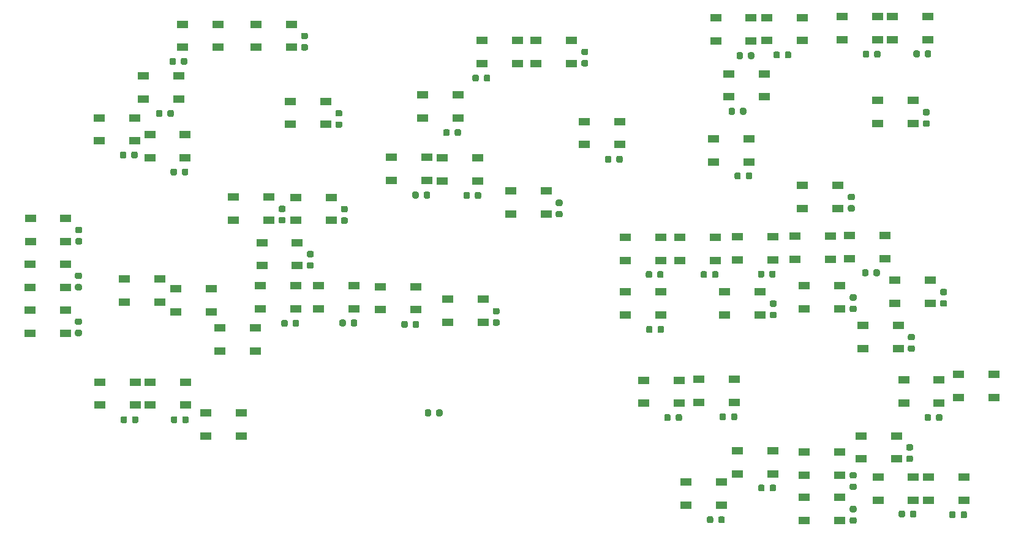
<source format=gbr>
G04 #@! TF.GenerationSoftware,KiCad,Pcbnew,(5.1.6)-1*
G04 #@! TF.CreationDate,2021-02-10T23:01:55+11:00*
G04 #@! TF.ProjectId,SNSR Panel PCB V2,534e5352-2050-4616-9e65-6c2050434220,rev?*
G04 #@! TF.SameCoordinates,Original*
G04 #@! TF.FileFunction,Paste,Top*
G04 #@! TF.FilePolarity,Positive*
%FSLAX46Y46*%
G04 Gerber Fmt 4.6, Leading zero omitted, Abs format (unit mm)*
G04 Created by KiCad (PCBNEW (5.1.6)-1) date 2021-02-10 23:01:55*
%MOMM*%
%LPD*%
G01*
G04 APERTURE LIST*
%ADD10R,1.500000X1.000000*%
G04 APERTURE END LIST*
G04 #@! TO.C,C53*
G36*
G01*
X171962000Y-107556250D02*
X171962000Y-107043750D01*
G75*
G02*
X172180750Y-106825000I218750J0D01*
G01*
X172618250Y-106825000D01*
G75*
G02*
X172837000Y-107043750I0J-218750D01*
G01*
X172837000Y-107556250D01*
G75*
G02*
X172618250Y-107775000I-218750J0D01*
G01*
X172180750Y-107775000D01*
G75*
G02*
X171962000Y-107556250I0J218750D01*
G01*
G37*
G36*
G01*
X170387000Y-107556250D02*
X170387000Y-107043750D01*
G75*
G02*
X170605750Y-106825000I218750J0D01*
G01*
X171043250Y-106825000D01*
G75*
G02*
X171262000Y-107043750I0J-218750D01*
G01*
X171262000Y-107556250D01*
G75*
G02*
X171043250Y-107775000I-218750J0D01*
G01*
X170605750Y-107775000D01*
G75*
G02*
X170387000Y-107556250I0J218750D01*
G01*
G37*
G04 #@! TD*
G04 #@! TO.C,C52*
G36*
G01*
X179612000Y-107456250D02*
X179612000Y-106943750D01*
G75*
G02*
X179830750Y-106725000I218750J0D01*
G01*
X180268250Y-106725000D01*
G75*
G02*
X180487000Y-106943750I0J-218750D01*
G01*
X180487000Y-107456250D01*
G75*
G02*
X180268250Y-107675000I-218750J0D01*
G01*
X179830750Y-107675000D01*
G75*
G02*
X179612000Y-107456250I0J218750D01*
G01*
G37*
G36*
G01*
X178037000Y-107456250D02*
X178037000Y-106943750D01*
G75*
G02*
X178255750Y-106725000I218750J0D01*
G01*
X178693250Y-106725000D01*
G75*
G02*
X178912000Y-106943750I0J-218750D01*
G01*
X178912000Y-107456250D01*
G75*
G02*
X178693250Y-107675000I-218750J0D01*
G01*
X178255750Y-107675000D01*
G75*
G02*
X178037000Y-107456250I0J218750D01*
G01*
G37*
G04 #@! TD*
G04 #@! TO.C,C51*
G36*
G01*
X196243750Y-121112000D02*
X196756250Y-121112000D01*
G75*
G02*
X196975000Y-121330750I0J-218750D01*
G01*
X196975000Y-121768250D01*
G75*
G02*
X196756250Y-121987000I-218750J0D01*
G01*
X196243750Y-121987000D01*
G75*
G02*
X196025000Y-121768250I0J218750D01*
G01*
X196025000Y-121330750D01*
G75*
G02*
X196243750Y-121112000I218750J0D01*
G01*
G37*
G36*
G01*
X196243750Y-119537000D02*
X196756250Y-119537000D01*
G75*
G02*
X196975000Y-119755750I0J-218750D01*
G01*
X196975000Y-120193250D01*
G75*
G02*
X196756250Y-120412000I-218750J0D01*
G01*
X196243750Y-120412000D01*
G75*
G02*
X196025000Y-120193250I0J218750D01*
G01*
X196025000Y-119755750D01*
G75*
G02*
X196243750Y-119537000I218750J0D01*
G01*
G37*
G04 #@! TD*
G04 #@! TO.C,C50*
G36*
G01*
X177862000Y-121706250D02*
X177862000Y-121193750D01*
G75*
G02*
X178080750Y-120975000I218750J0D01*
G01*
X178518250Y-120975000D01*
G75*
G02*
X178737000Y-121193750I0J-218750D01*
G01*
X178737000Y-121706250D01*
G75*
G02*
X178518250Y-121925000I-218750J0D01*
G01*
X178080750Y-121925000D01*
G75*
G02*
X177862000Y-121706250I0J218750D01*
G01*
G37*
G36*
G01*
X176287000Y-121706250D02*
X176287000Y-121193750D01*
G75*
G02*
X176505750Y-120975000I218750J0D01*
G01*
X176943250Y-120975000D01*
G75*
G02*
X177162000Y-121193750I0J-218750D01*
G01*
X177162000Y-121706250D01*
G75*
G02*
X176943250Y-121925000I-218750J0D01*
G01*
X176505750Y-121925000D01*
G75*
G02*
X176287000Y-121706250I0J218750D01*
G01*
G37*
G04 #@! TD*
G04 #@! TO.C,C49*
G36*
G01*
X196756250Y-115738000D02*
X196243750Y-115738000D01*
G75*
G02*
X196025000Y-115519250I0J218750D01*
G01*
X196025000Y-115081750D01*
G75*
G02*
X196243750Y-114863000I218750J0D01*
G01*
X196756250Y-114863000D01*
G75*
G02*
X196975000Y-115081750I0J-218750D01*
G01*
X196975000Y-115519250D01*
G75*
G02*
X196756250Y-115738000I-218750J0D01*
G01*
G37*
G36*
G01*
X196756250Y-117313000D02*
X196243750Y-117313000D01*
G75*
G02*
X196025000Y-117094250I0J218750D01*
G01*
X196025000Y-116656750D01*
G75*
G02*
X196243750Y-116438000I218750J0D01*
G01*
X196756250Y-116438000D01*
G75*
G02*
X196975000Y-116656750I0J-218750D01*
G01*
X196975000Y-117094250D01*
G75*
G02*
X196756250Y-117313000I-218750J0D01*
G01*
G37*
G04 #@! TD*
G04 #@! TO.C,C48*
G36*
G01*
X204362000Y-120906250D02*
X204362000Y-120393750D01*
G75*
G02*
X204580750Y-120175000I218750J0D01*
G01*
X205018250Y-120175000D01*
G75*
G02*
X205237000Y-120393750I0J-218750D01*
G01*
X205237000Y-120906250D01*
G75*
G02*
X205018250Y-121125000I-218750J0D01*
G01*
X204580750Y-121125000D01*
G75*
G02*
X204362000Y-120906250I0J218750D01*
G01*
G37*
G36*
G01*
X202787000Y-120906250D02*
X202787000Y-120393750D01*
G75*
G02*
X203005750Y-120175000I218750J0D01*
G01*
X203443250Y-120175000D01*
G75*
G02*
X203662000Y-120393750I0J-218750D01*
G01*
X203662000Y-120906250D01*
G75*
G02*
X203443250Y-121125000I-218750J0D01*
G01*
X203005750Y-121125000D01*
G75*
G02*
X202787000Y-120906250I0J218750D01*
G01*
G37*
G04 #@! TD*
G04 #@! TO.C,C47*
G36*
G01*
X184962000Y-117306250D02*
X184962000Y-116793750D01*
G75*
G02*
X185180750Y-116575000I218750J0D01*
G01*
X185618250Y-116575000D01*
G75*
G02*
X185837000Y-116793750I0J-218750D01*
G01*
X185837000Y-117306250D01*
G75*
G02*
X185618250Y-117525000I-218750J0D01*
G01*
X185180750Y-117525000D01*
G75*
G02*
X184962000Y-117306250I0J218750D01*
G01*
G37*
G36*
G01*
X183387000Y-117306250D02*
X183387000Y-116793750D01*
G75*
G02*
X183605750Y-116575000I218750J0D01*
G01*
X184043250Y-116575000D01*
G75*
G02*
X184262000Y-116793750I0J-218750D01*
G01*
X184262000Y-117306250D01*
G75*
G02*
X184043250Y-117525000I-218750J0D01*
G01*
X183605750Y-117525000D01*
G75*
G02*
X183387000Y-117306250I0J218750D01*
G01*
G37*
G04 #@! TD*
G04 #@! TO.C,C46*
G36*
G01*
X204043750Y-112562000D02*
X204556250Y-112562000D01*
G75*
G02*
X204775000Y-112780750I0J-218750D01*
G01*
X204775000Y-113218250D01*
G75*
G02*
X204556250Y-113437000I-218750J0D01*
G01*
X204043750Y-113437000D01*
G75*
G02*
X203825000Y-113218250I0J218750D01*
G01*
X203825000Y-112780750D01*
G75*
G02*
X204043750Y-112562000I218750J0D01*
G01*
G37*
G36*
G01*
X204043750Y-110987000D02*
X204556250Y-110987000D01*
G75*
G02*
X204775000Y-111205750I0J-218750D01*
G01*
X204775000Y-111643250D01*
G75*
G02*
X204556250Y-111862000I-218750J0D01*
G01*
X204043750Y-111862000D01*
G75*
G02*
X203825000Y-111643250I0J218750D01*
G01*
X203825000Y-111205750D01*
G75*
G02*
X204043750Y-110987000I218750J0D01*
G01*
G37*
G04 #@! TD*
G04 #@! TO.C,C45*
G36*
G01*
X211362000Y-121006250D02*
X211362000Y-120493750D01*
G75*
G02*
X211580750Y-120275000I218750J0D01*
G01*
X212018250Y-120275000D01*
G75*
G02*
X212237000Y-120493750I0J-218750D01*
G01*
X212237000Y-121006250D01*
G75*
G02*
X212018250Y-121225000I-218750J0D01*
G01*
X211580750Y-121225000D01*
G75*
G02*
X211362000Y-121006250I0J218750D01*
G01*
G37*
G36*
G01*
X209787000Y-121006250D02*
X209787000Y-120493750D01*
G75*
G02*
X210005750Y-120275000I218750J0D01*
G01*
X210443250Y-120275000D01*
G75*
G02*
X210662000Y-120493750I0J-218750D01*
G01*
X210662000Y-121006250D01*
G75*
G02*
X210443250Y-121225000I-218750J0D01*
G01*
X210005750Y-121225000D01*
G75*
G02*
X209787000Y-121006250I0J218750D01*
G01*
G37*
G04 #@! TD*
G04 #@! TO.C,C44*
G36*
G01*
X207962000Y-107556250D02*
X207962000Y-107043750D01*
G75*
G02*
X208180750Y-106825000I218750J0D01*
G01*
X208618250Y-106825000D01*
G75*
G02*
X208837000Y-107043750I0J-218750D01*
G01*
X208837000Y-107556250D01*
G75*
G02*
X208618250Y-107775000I-218750J0D01*
G01*
X208180750Y-107775000D01*
G75*
G02*
X207962000Y-107556250I0J218750D01*
G01*
G37*
G36*
G01*
X206387000Y-107556250D02*
X206387000Y-107043750D01*
G75*
G02*
X206605750Y-106825000I218750J0D01*
G01*
X207043250Y-106825000D01*
G75*
G02*
X207262000Y-107043750I0J-218750D01*
G01*
X207262000Y-107556250D01*
G75*
G02*
X207043250Y-107775000I-218750J0D01*
G01*
X206605750Y-107775000D01*
G75*
G02*
X206387000Y-107556250I0J218750D01*
G01*
G37*
G04 #@! TD*
G04 #@! TO.C,C43*
G36*
G01*
X196243750Y-91812500D02*
X196756250Y-91812500D01*
G75*
G02*
X196975000Y-92031250I0J-218750D01*
G01*
X196975000Y-92468750D01*
G75*
G02*
X196756250Y-92687500I-218750J0D01*
G01*
X196243750Y-92687500D01*
G75*
G02*
X196025000Y-92468750I0J218750D01*
G01*
X196025000Y-92031250D01*
G75*
G02*
X196243750Y-91812500I218750J0D01*
G01*
G37*
G36*
G01*
X196243750Y-90237500D02*
X196756250Y-90237500D01*
G75*
G02*
X196975000Y-90456250I0J-218750D01*
G01*
X196975000Y-90893750D01*
G75*
G02*
X196756250Y-91112500I-218750J0D01*
G01*
X196243750Y-91112500D01*
G75*
G02*
X196025000Y-90893750I0J218750D01*
G01*
X196025000Y-90456250D01*
G75*
G02*
X196243750Y-90237500I218750J0D01*
G01*
G37*
G04 #@! TD*
G04 #@! TO.C,C42*
G36*
G01*
X204293750Y-97312500D02*
X204806250Y-97312500D01*
G75*
G02*
X205025000Y-97531250I0J-218750D01*
G01*
X205025000Y-97968750D01*
G75*
G02*
X204806250Y-98187500I-218750J0D01*
G01*
X204293750Y-98187500D01*
G75*
G02*
X204075000Y-97968750I0J218750D01*
G01*
X204075000Y-97531250D01*
G75*
G02*
X204293750Y-97312500I218750J0D01*
G01*
G37*
G36*
G01*
X204293750Y-95737500D02*
X204806250Y-95737500D01*
G75*
G02*
X205025000Y-95956250I0J-218750D01*
G01*
X205025000Y-96393750D01*
G75*
G02*
X204806250Y-96612500I-218750J0D01*
G01*
X204293750Y-96612500D01*
G75*
G02*
X204075000Y-96393750I0J218750D01*
G01*
X204075000Y-95956250D01*
G75*
G02*
X204293750Y-95737500I218750J0D01*
G01*
G37*
G04 #@! TD*
G04 #@! TO.C,C41*
G36*
G01*
X208743750Y-91062500D02*
X209256250Y-91062500D01*
G75*
G02*
X209475000Y-91281250I0J-218750D01*
G01*
X209475000Y-91718750D01*
G75*
G02*
X209256250Y-91937500I-218750J0D01*
G01*
X208743750Y-91937500D01*
G75*
G02*
X208525000Y-91718750I0J218750D01*
G01*
X208525000Y-91281250D01*
G75*
G02*
X208743750Y-91062500I218750J0D01*
G01*
G37*
G36*
G01*
X208743750Y-89487500D02*
X209256250Y-89487500D01*
G75*
G02*
X209475000Y-89706250I0J-218750D01*
G01*
X209475000Y-90143750D01*
G75*
G02*
X209256250Y-90362500I-218750J0D01*
G01*
X208743750Y-90362500D01*
G75*
G02*
X208525000Y-90143750I0J218750D01*
G01*
X208525000Y-89706250D01*
G75*
G02*
X208743750Y-89487500I218750J0D01*
G01*
G37*
G04 #@! TD*
G04 #@! TO.C,C40*
G36*
G01*
X199312000Y-87506250D02*
X199312000Y-86993750D01*
G75*
G02*
X199530750Y-86775000I218750J0D01*
G01*
X199968250Y-86775000D01*
G75*
G02*
X200187000Y-86993750I0J-218750D01*
G01*
X200187000Y-87506250D01*
G75*
G02*
X199968250Y-87725000I-218750J0D01*
G01*
X199530750Y-87725000D01*
G75*
G02*
X199312000Y-87506250I0J218750D01*
G01*
G37*
G36*
G01*
X197737000Y-87506250D02*
X197737000Y-86993750D01*
G75*
G02*
X197955750Y-86775000I218750J0D01*
G01*
X198393250Y-86775000D01*
G75*
G02*
X198612000Y-86993750I0J-218750D01*
G01*
X198612000Y-87506250D01*
G75*
G02*
X198393250Y-87725000I-218750J0D01*
G01*
X197955750Y-87725000D01*
G75*
G02*
X197737000Y-87506250I0J218750D01*
G01*
G37*
G04 #@! TD*
G04 #@! TO.C,C39*
G36*
G01*
X185193750Y-92662500D02*
X185706250Y-92662500D01*
G75*
G02*
X185925000Y-92881250I0J-218750D01*
G01*
X185925000Y-93318750D01*
G75*
G02*
X185706250Y-93537500I-218750J0D01*
G01*
X185193750Y-93537500D01*
G75*
G02*
X184975000Y-93318750I0J218750D01*
G01*
X184975000Y-92881250D01*
G75*
G02*
X185193750Y-92662500I218750J0D01*
G01*
G37*
G36*
G01*
X185193750Y-91087500D02*
X185706250Y-91087500D01*
G75*
G02*
X185925000Y-91306250I0J-218750D01*
G01*
X185925000Y-91743750D01*
G75*
G02*
X185706250Y-91962500I-218750J0D01*
G01*
X185193750Y-91962500D01*
G75*
G02*
X184975000Y-91743750I0J218750D01*
G01*
X184975000Y-91306250D01*
G75*
G02*
X185193750Y-91087500I218750J0D01*
G01*
G37*
G04 #@! TD*
G04 #@! TO.C,C38*
G36*
G01*
X184912000Y-87706250D02*
X184912000Y-87193750D01*
G75*
G02*
X185130750Y-86975000I218750J0D01*
G01*
X185568250Y-86975000D01*
G75*
G02*
X185787000Y-87193750I0J-218750D01*
G01*
X185787000Y-87706250D01*
G75*
G02*
X185568250Y-87925000I-218750J0D01*
G01*
X185130750Y-87925000D01*
G75*
G02*
X184912000Y-87706250I0J218750D01*
G01*
G37*
G36*
G01*
X183337000Y-87706250D02*
X183337000Y-87193750D01*
G75*
G02*
X183555750Y-86975000I218750J0D01*
G01*
X183993250Y-86975000D01*
G75*
G02*
X184212000Y-87193750I0J-218750D01*
G01*
X184212000Y-87706250D01*
G75*
G02*
X183993250Y-87925000I-218750J0D01*
G01*
X183555750Y-87925000D01*
G75*
G02*
X183337000Y-87706250I0J218750D01*
G01*
G37*
G04 #@! TD*
G04 #@! TO.C,C37*
G36*
G01*
X176988000Y-87756250D02*
X176988000Y-87243750D01*
G75*
G02*
X177206750Y-87025000I218750J0D01*
G01*
X177644250Y-87025000D01*
G75*
G02*
X177863000Y-87243750I0J-218750D01*
G01*
X177863000Y-87756250D01*
G75*
G02*
X177644250Y-87975000I-218750J0D01*
G01*
X177206750Y-87975000D01*
G75*
G02*
X176988000Y-87756250I0J218750D01*
G01*
G37*
G36*
G01*
X175413000Y-87756250D02*
X175413000Y-87243750D01*
G75*
G02*
X175631750Y-87025000I218750J0D01*
G01*
X176069250Y-87025000D01*
G75*
G02*
X176288000Y-87243750I0J-218750D01*
G01*
X176288000Y-87756250D01*
G75*
G02*
X176069250Y-87975000I-218750J0D01*
G01*
X175631750Y-87975000D01*
G75*
G02*
X175413000Y-87756250I0J218750D01*
G01*
G37*
G04 #@! TD*
G04 #@! TO.C,C36*
G36*
G01*
X187062000Y-57356250D02*
X187062000Y-56843750D01*
G75*
G02*
X187280750Y-56625000I218750J0D01*
G01*
X187718250Y-56625000D01*
G75*
G02*
X187937000Y-56843750I0J-218750D01*
G01*
X187937000Y-57356250D01*
G75*
G02*
X187718250Y-57575000I-218750J0D01*
G01*
X187280750Y-57575000D01*
G75*
G02*
X187062000Y-57356250I0J218750D01*
G01*
G37*
G36*
G01*
X185487000Y-57356250D02*
X185487000Y-56843750D01*
G75*
G02*
X185705750Y-56625000I218750J0D01*
G01*
X186143250Y-56625000D01*
G75*
G02*
X186362000Y-56843750I0J-218750D01*
G01*
X186362000Y-57356250D01*
G75*
G02*
X186143250Y-57575000I-218750J0D01*
G01*
X185705750Y-57575000D01*
G75*
G02*
X185487000Y-57356250I0J218750D01*
G01*
G37*
G04 #@! TD*
G04 #@! TO.C,C35*
G36*
G01*
X199412000Y-57256250D02*
X199412000Y-56743750D01*
G75*
G02*
X199630750Y-56525000I218750J0D01*
G01*
X200068250Y-56525000D01*
G75*
G02*
X200287000Y-56743750I0J-218750D01*
G01*
X200287000Y-57256250D01*
G75*
G02*
X200068250Y-57475000I-218750J0D01*
G01*
X199630750Y-57475000D01*
G75*
G02*
X199412000Y-57256250I0J218750D01*
G01*
G37*
G36*
G01*
X197837000Y-57256250D02*
X197837000Y-56743750D01*
G75*
G02*
X198055750Y-56525000I218750J0D01*
G01*
X198493250Y-56525000D01*
G75*
G02*
X198712000Y-56743750I0J-218750D01*
G01*
X198712000Y-57256250D01*
G75*
G02*
X198493250Y-57475000I-218750J0D01*
G01*
X198055750Y-57475000D01*
G75*
G02*
X197837000Y-57256250I0J218750D01*
G01*
G37*
G04 #@! TD*
G04 #@! TO.C,C34*
G36*
G01*
X181962000Y-57456250D02*
X181962000Y-56943750D01*
G75*
G02*
X182180750Y-56725000I218750J0D01*
G01*
X182618250Y-56725000D01*
G75*
G02*
X182837000Y-56943750I0J-218750D01*
G01*
X182837000Y-57456250D01*
G75*
G02*
X182618250Y-57675000I-218750J0D01*
G01*
X182180750Y-57675000D01*
G75*
G02*
X181962000Y-57456250I0J218750D01*
G01*
G37*
G36*
G01*
X180387000Y-57456250D02*
X180387000Y-56943750D01*
G75*
G02*
X180605750Y-56725000I218750J0D01*
G01*
X181043250Y-56725000D01*
G75*
G02*
X181262000Y-56943750I0J-218750D01*
G01*
X181262000Y-57456250D01*
G75*
G02*
X181043250Y-57675000I-218750J0D01*
G01*
X180605750Y-57675000D01*
G75*
G02*
X180387000Y-57456250I0J218750D01*
G01*
G37*
G04 #@! TD*
G04 #@! TO.C,C33*
G36*
G01*
X206343750Y-66162500D02*
X206856250Y-66162500D01*
G75*
G02*
X207075000Y-66381250I0J-218750D01*
G01*
X207075000Y-66818750D01*
G75*
G02*
X206856250Y-67037500I-218750J0D01*
G01*
X206343750Y-67037500D01*
G75*
G02*
X206125000Y-66818750I0J218750D01*
G01*
X206125000Y-66381250D01*
G75*
G02*
X206343750Y-66162500I218750J0D01*
G01*
G37*
G36*
G01*
X206343750Y-64587500D02*
X206856250Y-64587500D01*
G75*
G02*
X207075000Y-64806250I0J-218750D01*
G01*
X207075000Y-65243750D01*
G75*
G02*
X206856250Y-65462500I-218750J0D01*
G01*
X206343750Y-65462500D01*
G75*
G02*
X206125000Y-65243750I0J218750D01*
G01*
X206125000Y-64806250D01*
G75*
G02*
X206343750Y-64587500I218750J0D01*
G01*
G37*
G04 #@! TD*
G04 #@! TO.C,C32*
G36*
G01*
X195993750Y-77900000D02*
X196506250Y-77900000D01*
G75*
G02*
X196725000Y-78118750I0J-218750D01*
G01*
X196725000Y-78556250D01*
G75*
G02*
X196506250Y-78775000I-218750J0D01*
G01*
X195993750Y-78775000D01*
G75*
G02*
X195775000Y-78556250I0J218750D01*
G01*
X195775000Y-78118750D01*
G75*
G02*
X195993750Y-77900000I218750J0D01*
G01*
G37*
G36*
G01*
X195993750Y-76325000D02*
X196506250Y-76325000D01*
G75*
G02*
X196725000Y-76543750I0J-218750D01*
G01*
X196725000Y-76981250D01*
G75*
G02*
X196506250Y-77200000I-218750J0D01*
G01*
X195993750Y-77200000D01*
G75*
G02*
X195775000Y-76981250I0J218750D01*
G01*
X195775000Y-76543750D01*
G75*
G02*
X195993750Y-76325000I218750J0D01*
G01*
G37*
G04 #@! TD*
G04 #@! TO.C,C31*
G36*
G01*
X181662000Y-74106250D02*
X181662000Y-73593750D01*
G75*
G02*
X181880750Y-73375000I218750J0D01*
G01*
X182318250Y-73375000D01*
G75*
G02*
X182537000Y-73593750I0J-218750D01*
G01*
X182537000Y-74106250D01*
G75*
G02*
X182318250Y-74325000I-218750J0D01*
G01*
X181880750Y-74325000D01*
G75*
G02*
X181662000Y-74106250I0J218750D01*
G01*
G37*
G36*
G01*
X180087000Y-74106250D02*
X180087000Y-73593750D01*
G75*
G02*
X180305750Y-73375000I218750J0D01*
G01*
X180743250Y-73375000D01*
G75*
G02*
X180962000Y-73593750I0J-218750D01*
G01*
X180962000Y-74106250D01*
G75*
G02*
X180743250Y-74325000I-218750J0D01*
G01*
X180305750Y-74325000D01*
G75*
G02*
X180087000Y-74106250I0J218750D01*
G01*
G37*
G04 #@! TD*
G04 #@! TO.C,C30*
G36*
G01*
X180862000Y-65156250D02*
X180862000Y-64643750D01*
G75*
G02*
X181080750Y-64425000I218750J0D01*
G01*
X181518250Y-64425000D01*
G75*
G02*
X181737000Y-64643750I0J-218750D01*
G01*
X181737000Y-65156250D01*
G75*
G02*
X181518250Y-65375000I-218750J0D01*
G01*
X181080750Y-65375000D01*
G75*
G02*
X180862000Y-65156250I0J218750D01*
G01*
G37*
G36*
G01*
X179287000Y-65156250D02*
X179287000Y-64643750D01*
G75*
G02*
X179505750Y-64425000I218750J0D01*
G01*
X179943250Y-64425000D01*
G75*
G02*
X180162000Y-64643750I0J-218750D01*
G01*
X180162000Y-65156250D01*
G75*
G02*
X179943250Y-65375000I-218750J0D01*
G01*
X179505750Y-65375000D01*
G75*
G02*
X179287000Y-65156250I0J218750D01*
G01*
G37*
G04 #@! TD*
G04 #@! TO.C,C29*
G36*
G01*
X145450000Y-60556250D02*
X145450000Y-60043750D01*
G75*
G02*
X145668750Y-59825000I218750J0D01*
G01*
X146106250Y-59825000D01*
G75*
G02*
X146325000Y-60043750I0J-218750D01*
G01*
X146325000Y-60556250D01*
G75*
G02*
X146106250Y-60775000I-218750J0D01*
G01*
X145668750Y-60775000D01*
G75*
G02*
X145450000Y-60556250I0J218750D01*
G01*
G37*
G36*
G01*
X143875000Y-60556250D02*
X143875000Y-60043750D01*
G75*
G02*
X144093750Y-59825000I218750J0D01*
G01*
X144531250Y-59825000D01*
G75*
G02*
X144750000Y-60043750I0J-218750D01*
G01*
X144750000Y-60556250D01*
G75*
G02*
X144531250Y-60775000I-218750J0D01*
G01*
X144093750Y-60775000D01*
G75*
G02*
X143875000Y-60556250I0J218750D01*
G01*
G37*
G04 #@! TD*
G04 #@! TO.C,C28*
G36*
G01*
X206412000Y-57206250D02*
X206412000Y-56693750D01*
G75*
G02*
X206630750Y-56475000I218750J0D01*
G01*
X207068250Y-56475000D01*
G75*
G02*
X207287000Y-56693750I0J-218750D01*
G01*
X207287000Y-57206250D01*
G75*
G02*
X207068250Y-57425000I-218750J0D01*
G01*
X206630750Y-57425000D01*
G75*
G02*
X206412000Y-57206250I0J218750D01*
G01*
G37*
G36*
G01*
X204837000Y-57206250D02*
X204837000Y-56693750D01*
G75*
G02*
X205055750Y-56475000I218750J0D01*
G01*
X205493250Y-56475000D01*
G75*
G02*
X205712000Y-56693750I0J-218750D01*
G01*
X205712000Y-57206250D01*
G75*
G02*
X205493250Y-57425000I-218750J0D01*
G01*
X205055750Y-57425000D01*
G75*
G02*
X204837000Y-57206250I0J218750D01*
G01*
G37*
G04 #@! TD*
G04 #@! TO.C,C27*
G36*
G01*
X169412000Y-87756250D02*
X169412000Y-87243750D01*
G75*
G02*
X169630750Y-87025000I218750J0D01*
G01*
X170068250Y-87025000D01*
G75*
G02*
X170287000Y-87243750I0J-218750D01*
G01*
X170287000Y-87756250D01*
G75*
G02*
X170068250Y-87975000I-218750J0D01*
G01*
X169630750Y-87975000D01*
G75*
G02*
X169412000Y-87756250I0J218750D01*
G01*
G37*
G36*
G01*
X167837000Y-87756250D02*
X167837000Y-87243750D01*
G75*
G02*
X168055750Y-87025000I218750J0D01*
G01*
X168493250Y-87025000D01*
G75*
G02*
X168712000Y-87243750I0J-218750D01*
G01*
X168712000Y-87756250D01*
G75*
G02*
X168493250Y-87975000I-218750J0D01*
G01*
X168055750Y-87975000D01*
G75*
G02*
X167837000Y-87756250I0J218750D01*
G01*
G37*
G04 #@! TD*
G04 #@! TO.C,C26*
G36*
G01*
X144200000Y-76806250D02*
X144200000Y-76293750D01*
G75*
G02*
X144418750Y-76075000I218750J0D01*
G01*
X144856250Y-76075000D01*
G75*
G02*
X145075000Y-76293750I0J-218750D01*
G01*
X145075000Y-76806250D01*
G75*
G02*
X144856250Y-77025000I-218750J0D01*
G01*
X144418750Y-77025000D01*
G75*
G02*
X144200000Y-76806250I0J218750D01*
G01*
G37*
G36*
G01*
X142625000Y-76806250D02*
X142625000Y-76293750D01*
G75*
G02*
X142843750Y-76075000I218750J0D01*
G01*
X143281250Y-76075000D01*
G75*
G02*
X143500000Y-76293750I0J-218750D01*
G01*
X143500000Y-76806250D01*
G75*
G02*
X143281250Y-77025000I-218750J0D01*
G01*
X142843750Y-77025000D01*
G75*
G02*
X142625000Y-76806250I0J218750D01*
G01*
G37*
G04 #@! TD*
G04 #@! TO.C,C25*
G36*
G01*
X169462000Y-95356250D02*
X169462000Y-94843750D01*
G75*
G02*
X169680750Y-94625000I218750J0D01*
G01*
X170118250Y-94625000D01*
G75*
G02*
X170337000Y-94843750I0J-218750D01*
G01*
X170337000Y-95356250D01*
G75*
G02*
X170118250Y-95575000I-218750J0D01*
G01*
X169680750Y-95575000D01*
G75*
G02*
X169462000Y-95356250I0J218750D01*
G01*
G37*
G36*
G01*
X167887000Y-95356250D02*
X167887000Y-94843750D01*
G75*
G02*
X168105750Y-94625000I218750J0D01*
G01*
X168543250Y-94625000D01*
G75*
G02*
X168762000Y-94843750I0J-218750D01*
G01*
X168762000Y-95356250D01*
G75*
G02*
X168543250Y-95575000I-218750J0D01*
G01*
X168105750Y-95575000D01*
G75*
G02*
X167887000Y-95356250I0J218750D01*
G01*
G37*
G04 #@! TD*
G04 #@! TO.C,C24*
G36*
G01*
X163762000Y-71806250D02*
X163762000Y-71293750D01*
G75*
G02*
X163980750Y-71075000I218750J0D01*
G01*
X164418250Y-71075000D01*
G75*
G02*
X164637000Y-71293750I0J-218750D01*
G01*
X164637000Y-71806250D01*
G75*
G02*
X164418250Y-72025000I-218750J0D01*
G01*
X163980750Y-72025000D01*
G75*
G02*
X163762000Y-71806250I0J218750D01*
G01*
G37*
G36*
G01*
X162187000Y-71806250D02*
X162187000Y-71293750D01*
G75*
G02*
X162405750Y-71075000I218750J0D01*
G01*
X162843250Y-71075000D01*
G75*
G02*
X163062000Y-71293750I0J-218750D01*
G01*
X163062000Y-71806250D01*
G75*
G02*
X162843250Y-72025000I-218750J0D01*
G01*
X162405750Y-72025000D01*
G75*
G02*
X162187000Y-71806250I0J218750D01*
G01*
G37*
G04 #@! TD*
G04 #@! TO.C,C23*
G36*
G01*
X159143750Y-57812500D02*
X159656250Y-57812500D01*
G75*
G02*
X159875000Y-58031250I0J-218750D01*
G01*
X159875000Y-58468750D01*
G75*
G02*
X159656250Y-58687500I-218750J0D01*
G01*
X159143750Y-58687500D01*
G75*
G02*
X158925000Y-58468750I0J218750D01*
G01*
X158925000Y-58031250D01*
G75*
G02*
X159143750Y-57812500I218750J0D01*
G01*
G37*
G36*
G01*
X159143750Y-56237500D02*
X159656250Y-56237500D01*
G75*
G02*
X159875000Y-56456250I0J-218750D01*
G01*
X159875000Y-56893750D01*
G75*
G02*
X159656250Y-57112500I-218750J0D01*
G01*
X159143750Y-57112500D01*
G75*
G02*
X158925000Y-56893750I0J218750D01*
G01*
X158925000Y-56456250D01*
G75*
G02*
X159143750Y-56237500I218750J0D01*
G01*
G37*
G04 #@! TD*
G04 #@! TO.C,C22*
G36*
G01*
X137138000Y-76756250D02*
X137138000Y-76243750D01*
G75*
G02*
X137356750Y-76025000I218750J0D01*
G01*
X137794250Y-76025000D01*
G75*
G02*
X138013000Y-76243750I0J-218750D01*
G01*
X138013000Y-76756250D01*
G75*
G02*
X137794250Y-76975000I-218750J0D01*
G01*
X137356750Y-76975000D01*
G75*
G02*
X137138000Y-76756250I0J218750D01*
G01*
G37*
G36*
G01*
X135563000Y-76756250D02*
X135563000Y-76243750D01*
G75*
G02*
X135781750Y-76025000I218750J0D01*
G01*
X136219250Y-76025000D01*
G75*
G02*
X136438000Y-76243750I0J-218750D01*
G01*
X136438000Y-76756250D01*
G75*
G02*
X136219250Y-76975000I-218750J0D01*
G01*
X135781750Y-76975000D01*
G75*
G02*
X135563000Y-76756250I0J218750D01*
G01*
G37*
G04 #@! TD*
G04 #@! TO.C,C21*
G36*
G01*
X141412000Y-68106250D02*
X141412000Y-67593750D01*
G75*
G02*
X141630750Y-67375000I218750J0D01*
G01*
X142068250Y-67375000D01*
G75*
G02*
X142287000Y-67593750I0J-218750D01*
G01*
X142287000Y-68106250D01*
G75*
G02*
X142068250Y-68325000I-218750J0D01*
G01*
X141630750Y-68325000D01*
G75*
G02*
X141412000Y-68106250I0J218750D01*
G01*
G37*
G36*
G01*
X139837000Y-68106250D02*
X139837000Y-67593750D01*
G75*
G02*
X140055750Y-67375000I218750J0D01*
G01*
X140493250Y-67375000D01*
G75*
G02*
X140712000Y-67593750I0J-218750D01*
G01*
X140712000Y-68106250D01*
G75*
G02*
X140493250Y-68325000I-218750J0D01*
G01*
X140055750Y-68325000D01*
G75*
G02*
X139837000Y-68106250I0J218750D01*
G01*
G37*
G04 #@! TD*
G04 #@! TO.C,C20*
G36*
G01*
X155593750Y-78712500D02*
X156106250Y-78712500D01*
G75*
G02*
X156325000Y-78931250I0J-218750D01*
G01*
X156325000Y-79368750D01*
G75*
G02*
X156106250Y-79587500I-218750J0D01*
G01*
X155593750Y-79587500D01*
G75*
G02*
X155375000Y-79368750I0J218750D01*
G01*
X155375000Y-78931250D01*
G75*
G02*
X155593750Y-78712500I218750J0D01*
G01*
G37*
G36*
G01*
X155593750Y-77137500D02*
X156106250Y-77137500D01*
G75*
G02*
X156325000Y-77356250I0J-218750D01*
G01*
X156325000Y-77793750D01*
G75*
G02*
X156106250Y-78012500I-218750J0D01*
G01*
X155593750Y-78012500D01*
G75*
G02*
X155375000Y-77793750I0J218750D01*
G01*
X155375000Y-77356250D01*
G75*
G02*
X155593750Y-77137500I218750J0D01*
G01*
G37*
G04 #@! TD*
G04 #@! TO.C,R1*
G36*
G01*
X138862000Y-106906250D02*
X138862000Y-106393750D01*
G75*
G02*
X139080750Y-106175000I218750J0D01*
G01*
X139518250Y-106175000D01*
G75*
G02*
X139737000Y-106393750I0J-218750D01*
G01*
X139737000Y-106906250D01*
G75*
G02*
X139518250Y-107125000I-218750J0D01*
G01*
X139080750Y-107125000D01*
G75*
G02*
X138862000Y-106906250I0J218750D01*
G01*
G37*
G36*
G01*
X137287000Y-106906250D02*
X137287000Y-106393750D01*
G75*
G02*
X137505750Y-106175000I218750J0D01*
G01*
X137943250Y-106175000D01*
G75*
G02*
X138162000Y-106393750I0J-218750D01*
G01*
X138162000Y-106906250D01*
G75*
G02*
X137943250Y-107125000I-218750J0D01*
G01*
X137505750Y-107125000D01*
G75*
G02*
X137287000Y-106906250I0J218750D01*
G01*
G37*
G04 #@! TD*
G04 #@! TO.C,C19*
G36*
G01*
X96812500Y-107856250D02*
X96812500Y-107343750D01*
G75*
G02*
X97031250Y-107125000I218750J0D01*
G01*
X97468750Y-107125000D01*
G75*
G02*
X97687500Y-107343750I0J-218750D01*
G01*
X97687500Y-107856250D01*
G75*
G02*
X97468750Y-108075000I-218750J0D01*
G01*
X97031250Y-108075000D01*
G75*
G02*
X96812500Y-107856250I0J218750D01*
G01*
G37*
G36*
G01*
X95237500Y-107856250D02*
X95237500Y-107343750D01*
G75*
G02*
X95456250Y-107125000I218750J0D01*
G01*
X95893750Y-107125000D01*
G75*
G02*
X96112500Y-107343750I0J-218750D01*
G01*
X96112500Y-107856250D01*
G75*
G02*
X95893750Y-108075000I-218750J0D01*
G01*
X95456250Y-108075000D01*
G75*
G02*
X95237500Y-107856250I0J218750D01*
G01*
G37*
G04 #@! TD*
G04 #@! TO.C,C18*
G36*
G01*
X103762000Y-107856250D02*
X103762000Y-107343750D01*
G75*
G02*
X103980750Y-107125000I218750J0D01*
G01*
X104418250Y-107125000D01*
G75*
G02*
X104637000Y-107343750I0J-218750D01*
G01*
X104637000Y-107856250D01*
G75*
G02*
X104418250Y-108075000I-218750J0D01*
G01*
X103980750Y-108075000D01*
G75*
G02*
X103762000Y-107856250I0J218750D01*
G01*
G37*
G36*
G01*
X102187000Y-107856250D02*
X102187000Y-107343750D01*
G75*
G02*
X102405750Y-107125000I218750J0D01*
G01*
X102843250Y-107125000D01*
G75*
G02*
X103062000Y-107343750I0J-218750D01*
G01*
X103062000Y-107856250D01*
G75*
G02*
X102843250Y-108075000I-218750J0D01*
G01*
X102405750Y-108075000D01*
G75*
G02*
X102187000Y-107856250I0J218750D01*
G01*
G37*
G04 #@! TD*
G04 #@! TO.C,C17*
G36*
G01*
X119012000Y-94506250D02*
X119012000Y-93993750D01*
G75*
G02*
X119230750Y-93775000I218750J0D01*
G01*
X119668250Y-93775000D01*
G75*
G02*
X119887000Y-93993750I0J-218750D01*
G01*
X119887000Y-94506250D01*
G75*
G02*
X119668250Y-94725000I-218750J0D01*
G01*
X119230750Y-94725000D01*
G75*
G02*
X119012000Y-94506250I0J218750D01*
G01*
G37*
G36*
G01*
X117437000Y-94506250D02*
X117437000Y-93993750D01*
G75*
G02*
X117655750Y-93775000I218750J0D01*
G01*
X118093250Y-93775000D01*
G75*
G02*
X118312000Y-93993750I0J-218750D01*
G01*
X118312000Y-94506250D01*
G75*
G02*
X118093250Y-94725000I-218750J0D01*
G01*
X117655750Y-94725000D01*
G75*
G02*
X117437000Y-94506250I0J218750D01*
G01*
G37*
G04 #@! TD*
G04 #@! TO.C,C16*
G36*
G01*
X127062000Y-94456250D02*
X127062000Y-93943750D01*
G75*
G02*
X127280750Y-93725000I218750J0D01*
G01*
X127718250Y-93725000D01*
G75*
G02*
X127937000Y-93943750I0J-218750D01*
G01*
X127937000Y-94456250D01*
G75*
G02*
X127718250Y-94675000I-218750J0D01*
G01*
X127280750Y-94675000D01*
G75*
G02*
X127062000Y-94456250I0J218750D01*
G01*
G37*
G36*
G01*
X125487000Y-94456250D02*
X125487000Y-93943750D01*
G75*
G02*
X125705750Y-93725000I218750J0D01*
G01*
X126143250Y-93725000D01*
G75*
G02*
X126362000Y-93943750I0J-218750D01*
G01*
X126362000Y-94456250D01*
G75*
G02*
X126143250Y-94675000I-218750J0D01*
G01*
X125705750Y-94675000D01*
G75*
G02*
X125487000Y-94456250I0J218750D01*
G01*
G37*
G04 #@! TD*
G04 #@! TO.C,C15*
G36*
G01*
X121193750Y-85812500D02*
X121706250Y-85812500D01*
G75*
G02*
X121925000Y-86031250I0J-218750D01*
G01*
X121925000Y-86468750D01*
G75*
G02*
X121706250Y-86687500I-218750J0D01*
G01*
X121193750Y-86687500D01*
G75*
G02*
X120975000Y-86468750I0J218750D01*
G01*
X120975000Y-86031250D01*
G75*
G02*
X121193750Y-85812500I218750J0D01*
G01*
G37*
G36*
G01*
X121193750Y-84237500D02*
X121706250Y-84237500D01*
G75*
G02*
X121925000Y-84456250I0J-218750D01*
G01*
X121925000Y-84893750D01*
G75*
G02*
X121706250Y-85112500I-218750J0D01*
G01*
X121193750Y-85112500D01*
G75*
G02*
X120975000Y-84893750I0J218750D01*
G01*
X120975000Y-84456250D01*
G75*
G02*
X121193750Y-84237500I218750J0D01*
G01*
G37*
G04 #@! TD*
G04 #@! TO.C,C14*
G36*
G01*
X135612000Y-94656250D02*
X135612000Y-94143750D01*
G75*
G02*
X135830750Y-93925000I218750J0D01*
G01*
X136268250Y-93925000D01*
G75*
G02*
X136487000Y-94143750I0J-218750D01*
G01*
X136487000Y-94656250D01*
G75*
G02*
X136268250Y-94875000I-218750J0D01*
G01*
X135830750Y-94875000D01*
G75*
G02*
X135612000Y-94656250I0J218750D01*
G01*
G37*
G36*
G01*
X134037000Y-94656250D02*
X134037000Y-94143750D01*
G75*
G02*
X134255750Y-93925000I218750J0D01*
G01*
X134693250Y-93925000D01*
G75*
G02*
X134912000Y-94143750I0J-218750D01*
G01*
X134912000Y-94656250D01*
G75*
G02*
X134693250Y-94875000I-218750J0D01*
G01*
X134255750Y-94875000D01*
G75*
G02*
X134037000Y-94656250I0J218750D01*
G01*
G37*
G04 #@! TD*
G04 #@! TO.C,C13*
G36*
G01*
X146893750Y-93712500D02*
X147406250Y-93712500D01*
G75*
G02*
X147625000Y-93931250I0J-218750D01*
G01*
X147625000Y-94368750D01*
G75*
G02*
X147406250Y-94587500I-218750J0D01*
G01*
X146893750Y-94587500D01*
G75*
G02*
X146675000Y-94368750I0J218750D01*
G01*
X146675000Y-93931250D01*
G75*
G02*
X146893750Y-93712500I218750J0D01*
G01*
G37*
G36*
G01*
X146893750Y-92137500D02*
X147406250Y-92137500D01*
G75*
G02*
X147625000Y-92356250I0J-218750D01*
G01*
X147625000Y-92793750D01*
G75*
G02*
X147406250Y-93012500I-218750J0D01*
G01*
X146893750Y-93012500D01*
G75*
G02*
X146675000Y-92793750I0J218750D01*
G01*
X146675000Y-92356250D01*
G75*
G02*
X146893750Y-92137500I218750J0D01*
G01*
G37*
G04 #@! TD*
G04 #@! TO.C,C12*
G36*
G01*
X125893750Y-79587500D02*
X126406250Y-79587500D01*
G75*
G02*
X126625000Y-79806250I0J-218750D01*
G01*
X126625000Y-80243750D01*
G75*
G02*
X126406250Y-80462500I-218750J0D01*
G01*
X125893750Y-80462500D01*
G75*
G02*
X125675000Y-80243750I0J218750D01*
G01*
X125675000Y-79806250D01*
G75*
G02*
X125893750Y-79587500I218750J0D01*
G01*
G37*
G36*
G01*
X125893750Y-78012500D02*
X126406250Y-78012500D01*
G75*
G02*
X126625000Y-78231250I0J-218750D01*
G01*
X126625000Y-78668750D01*
G75*
G02*
X126406250Y-78887500I-218750J0D01*
G01*
X125893750Y-78887500D01*
G75*
G02*
X125675000Y-78668750I0J218750D01*
G01*
X125675000Y-78231250D01*
G75*
G02*
X125893750Y-78012500I218750J0D01*
G01*
G37*
G04 #@! TD*
G04 #@! TO.C,C11*
G36*
G01*
X117293750Y-79550000D02*
X117806250Y-79550000D01*
G75*
G02*
X118025000Y-79768750I0J-218750D01*
G01*
X118025000Y-80206250D01*
G75*
G02*
X117806250Y-80425000I-218750J0D01*
G01*
X117293750Y-80425000D01*
G75*
G02*
X117075000Y-80206250I0J218750D01*
G01*
X117075000Y-79768750D01*
G75*
G02*
X117293750Y-79550000I218750J0D01*
G01*
G37*
G36*
G01*
X117293750Y-77975000D02*
X117806250Y-77975000D01*
G75*
G02*
X118025000Y-78193750I0J-218750D01*
G01*
X118025000Y-78631250D01*
G75*
G02*
X117806250Y-78850000I-218750J0D01*
G01*
X117293750Y-78850000D01*
G75*
G02*
X117075000Y-78631250I0J218750D01*
G01*
X117075000Y-78193750D01*
G75*
G02*
X117293750Y-77975000I218750J0D01*
G01*
G37*
G04 #@! TD*
G04 #@! TO.C,C10*
G36*
G01*
X125143750Y-66312500D02*
X125656250Y-66312500D01*
G75*
G02*
X125875000Y-66531250I0J-218750D01*
G01*
X125875000Y-66968750D01*
G75*
G02*
X125656250Y-67187500I-218750J0D01*
G01*
X125143750Y-67187500D01*
G75*
G02*
X124925000Y-66968750I0J218750D01*
G01*
X124925000Y-66531250D01*
G75*
G02*
X125143750Y-66312500I218750J0D01*
G01*
G37*
G36*
G01*
X125143750Y-64737500D02*
X125656250Y-64737500D01*
G75*
G02*
X125875000Y-64956250I0J-218750D01*
G01*
X125875000Y-65393750D01*
G75*
G02*
X125656250Y-65612500I-218750J0D01*
G01*
X125143750Y-65612500D01*
G75*
G02*
X124925000Y-65393750I0J218750D01*
G01*
X124925000Y-64956250D01*
G75*
G02*
X125143750Y-64737500I218750J0D01*
G01*
G37*
G04 #@! TD*
G04 #@! TO.C,C9*
G36*
G01*
X120393750Y-55612500D02*
X120906250Y-55612500D01*
G75*
G02*
X121125000Y-55831250I0J-218750D01*
G01*
X121125000Y-56268750D01*
G75*
G02*
X120906250Y-56487500I-218750J0D01*
G01*
X120393750Y-56487500D01*
G75*
G02*
X120175000Y-56268750I0J218750D01*
G01*
X120175000Y-55831250D01*
G75*
G02*
X120393750Y-55612500I218750J0D01*
G01*
G37*
G36*
G01*
X120393750Y-54037500D02*
X120906250Y-54037500D01*
G75*
G02*
X121125000Y-54256250I0J-218750D01*
G01*
X121125000Y-54693750D01*
G75*
G02*
X120906250Y-54912500I-218750J0D01*
G01*
X120393750Y-54912500D01*
G75*
G02*
X120175000Y-54693750I0J218750D01*
G01*
X120175000Y-54256250D01*
G75*
G02*
X120393750Y-54037500I218750J0D01*
G01*
G37*
G04 #@! TD*
G04 #@! TO.C,C8*
G36*
G01*
X103562000Y-58256250D02*
X103562000Y-57743750D01*
G75*
G02*
X103780750Y-57525000I218750J0D01*
G01*
X104218250Y-57525000D01*
G75*
G02*
X104437000Y-57743750I0J-218750D01*
G01*
X104437000Y-58256250D01*
G75*
G02*
X104218250Y-58475000I-218750J0D01*
G01*
X103780750Y-58475000D01*
G75*
G02*
X103562000Y-58256250I0J218750D01*
G01*
G37*
G36*
G01*
X101987000Y-58256250D02*
X101987000Y-57743750D01*
G75*
G02*
X102205750Y-57525000I218750J0D01*
G01*
X102643250Y-57525000D01*
G75*
G02*
X102862000Y-57743750I0J-218750D01*
G01*
X102862000Y-58256250D01*
G75*
G02*
X102643250Y-58475000I-218750J0D01*
G01*
X102205750Y-58475000D01*
G75*
G02*
X101987000Y-58256250I0J218750D01*
G01*
G37*
G04 #@! TD*
G04 #@! TO.C,C7*
G36*
G01*
X101712000Y-65456250D02*
X101712000Y-64943750D01*
G75*
G02*
X101930750Y-64725000I218750J0D01*
G01*
X102368250Y-64725000D01*
G75*
G02*
X102587000Y-64943750I0J-218750D01*
G01*
X102587000Y-65456250D01*
G75*
G02*
X102368250Y-65675000I-218750J0D01*
G01*
X101930750Y-65675000D01*
G75*
G02*
X101712000Y-65456250I0J218750D01*
G01*
G37*
G36*
G01*
X100137000Y-65456250D02*
X100137000Y-64943750D01*
G75*
G02*
X100355750Y-64725000I218750J0D01*
G01*
X100793250Y-64725000D01*
G75*
G02*
X101012000Y-64943750I0J-218750D01*
G01*
X101012000Y-65456250D01*
G75*
G02*
X100793250Y-65675000I-218750J0D01*
G01*
X100355750Y-65675000D01*
G75*
G02*
X100137000Y-65456250I0J218750D01*
G01*
G37*
G04 #@! TD*
G04 #@! TO.C,C6*
G36*
G01*
X103712000Y-73556250D02*
X103712000Y-73043750D01*
G75*
G02*
X103930750Y-72825000I218750J0D01*
G01*
X104368250Y-72825000D01*
G75*
G02*
X104587000Y-73043750I0J-218750D01*
G01*
X104587000Y-73556250D01*
G75*
G02*
X104368250Y-73775000I-218750J0D01*
G01*
X103930750Y-73775000D01*
G75*
G02*
X103712000Y-73556250I0J218750D01*
G01*
G37*
G36*
G01*
X102137000Y-73556250D02*
X102137000Y-73043750D01*
G75*
G02*
X102355750Y-72825000I218750J0D01*
G01*
X102793250Y-72825000D01*
G75*
G02*
X103012000Y-73043750I0J-218750D01*
G01*
X103012000Y-73556250D01*
G75*
G02*
X102793250Y-73775000I-218750J0D01*
G01*
X102355750Y-73775000D01*
G75*
G02*
X102137000Y-73556250I0J218750D01*
G01*
G37*
G04 #@! TD*
G04 #@! TO.C,C5*
G36*
G01*
X96712500Y-71206250D02*
X96712500Y-70693750D01*
G75*
G02*
X96931250Y-70475000I218750J0D01*
G01*
X97368750Y-70475000D01*
G75*
G02*
X97587500Y-70693750I0J-218750D01*
G01*
X97587500Y-71206250D01*
G75*
G02*
X97368750Y-71425000I-218750J0D01*
G01*
X96931250Y-71425000D01*
G75*
G02*
X96712500Y-71206250I0J218750D01*
G01*
G37*
G36*
G01*
X95137500Y-71206250D02*
X95137500Y-70693750D01*
G75*
G02*
X95356250Y-70475000I218750J0D01*
G01*
X95793750Y-70475000D01*
G75*
G02*
X96012500Y-70693750I0J-218750D01*
G01*
X96012500Y-71206250D01*
G75*
G02*
X95793750Y-71425000I-218750J0D01*
G01*
X95356250Y-71425000D01*
G75*
G02*
X95137500Y-71206250I0J218750D01*
G01*
G37*
G04 #@! TD*
G04 #@! TO.C,C4*
G36*
G01*
X89193750Y-82462500D02*
X89706250Y-82462500D01*
G75*
G02*
X89925000Y-82681250I0J-218750D01*
G01*
X89925000Y-83118750D01*
G75*
G02*
X89706250Y-83337500I-218750J0D01*
G01*
X89193750Y-83337500D01*
G75*
G02*
X88975000Y-83118750I0J218750D01*
G01*
X88975000Y-82681250D01*
G75*
G02*
X89193750Y-82462500I218750J0D01*
G01*
G37*
G36*
G01*
X89193750Y-80887500D02*
X89706250Y-80887500D01*
G75*
G02*
X89925000Y-81106250I0J-218750D01*
G01*
X89925000Y-81543750D01*
G75*
G02*
X89706250Y-81762500I-218750J0D01*
G01*
X89193750Y-81762500D01*
G75*
G02*
X88975000Y-81543750I0J218750D01*
G01*
X88975000Y-81106250D01*
G75*
G02*
X89193750Y-80887500I218750J0D01*
G01*
G37*
G04 #@! TD*
G04 #@! TO.C,C3*
G36*
G01*
X89143750Y-88812500D02*
X89656250Y-88812500D01*
G75*
G02*
X89875000Y-89031250I0J-218750D01*
G01*
X89875000Y-89468750D01*
G75*
G02*
X89656250Y-89687500I-218750J0D01*
G01*
X89143750Y-89687500D01*
G75*
G02*
X88925000Y-89468750I0J218750D01*
G01*
X88925000Y-89031250D01*
G75*
G02*
X89143750Y-88812500I218750J0D01*
G01*
G37*
G36*
G01*
X89143750Y-87237500D02*
X89656250Y-87237500D01*
G75*
G02*
X89875000Y-87456250I0J-218750D01*
G01*
X89875000Y-87893750D01*
G75*
G02*
X89656250Y-88112500I-218750J0D01*
G01*
X89143750Y-88112500D01*
G75*
G02*
X88925000Y-87893750I0J218750D01*
G01*
X88925000Y-87456250D01*
G75*
G02*
X89143750Y-87237500I218750J0D01*
G01*
G37*
G04 #@! TD*
G04 #@! TO.C,C2*
G36*
G01*
X89143750Y-95150000D02*
X89656250Y-95150000D01*
G75*
G02*
X89875000Y-95368750I0J-218750D01*
G01*
X89875000Y-95806250D01*
G75*
G02*
X89656250Y-96025000I-218750J0D01*
G01*
X89143750Y-96025000D01*
G75*
G02*
X88925000Y-95806250I0J218750D01*
G01*
X88925000Y-95368750D01*
G75*
G02*
X89143750Y-95150000I218750J0D01*
G01*
G37*
G36*
G01*
X89143750Y-93575000D02*
X89656250Y-93575000D01*
G75*
G02*
X89875000Y-93793750I0J-218750D01*
G01*
X89875000Y-94231250D01*
G75*
G02*
X89656250Y-94450000I-218750J0D01*
G01*
X89143750Y-94450000D01*
G75*
G02*
X88925000Y-94231250I0J218750D01*
G01*
X88925000Y-93793750D01*
G75*
G02*
X89143750Y-93575000I218750J0D01*
G01*
G37*
G04 #@! TD*
D10*
G04 #@! TO.C,D59*
X167541000Y-102133000D03*
X167541000Y-105333000D03*
X172441000Y-102133000D03*
X172441000Y-105333000D03*
G04 #@! TD*
G04 #@! TO.C,D58*
X175135000Y-102032000D03*
X175135000Y-105232000D03*
X180035000Y-102032000D03*
X180035000Y-105232000D03*
G04 #@! TD*
G04 #@! TO.C,D57*
X173408000Y-116230000D03*
X173408000Y-119430000D03*
X178308000Y-116230000D03*
X178308000Y-119430000D03*
G04 #@! TD*
G04 #@! TO.C,D56*
X180520000Y-111887000D03*
X180520000Y-115087000D03*
X185420000Y-111887000D03*
X185420000Y-115087000D03*
G04 #@! TD*
G04 #@! TO.C,D55*
X189766000Y-118364000D03*
X189766000Y-121564000D03*
X194666000Y-118364000D03*
X194666000Y-121564000D03*
G04 #@! TD*
G04 #@! TO.C,D54*
X189766000Y-112090000D03*
X189766000Y-115290000D03*
X194666000Y-112090000D03*
X194666000Y-115290000D03*
G04 #@! TD*
G04 #@! TO.C,D53*
X197575000Y-109830000D03*
X197575000Y-113030000D03*
X202475000Y-109830000D03*
X202475000Y-113030000D03*
G04 #@! TD*
G04 #@! TO.C,D52*
X199937000Y-115545000D03*
X199937000Y-118745000D03*
X204837000Y-115545000D03*
X204837000Y-118745000D03*
G04 #@! TD*
G04 #@! TO.C,D51*
X206911000Y-115519000D03*
X206911000Y-118719000D03*
X211811000Y-115519000D03*
X211811000Y-118719000D03*
G04 #@! TD*
G04 #@! TO.C,D50*
X211102000Y-101346000D03*
X211102000Y-104546000D03*
X216002000Y-101346000D03*
X216002000Y-104546000D03*
G04 #@! TD*
G04 #@! TO.C,D49*
X203493000Y-102108000D03*
X203493000Y-105308000D03*
X208393000Y-102108000D03*
X208393000Y-105308000D03*
G04 #@! TD*
G04 #@! TO.C,D48*
X197843000Y-94564200D03*
X197843000Y-97764200D03*
X202743000Y-94564200D03*
X202743000Y-97764200D03*
G04 #@! TD*
G04 #@! TO.C,D47*
X202262000Y-88315800D03*
X202262000Y-91515800D03*
X207162000Y-88315800D03*
X207162000Y-91515800D03*
G04 #@! TD*
G04 #@! TO.C,D46*
X189766000Y-89027000D03*
X189766000Y-92227000D03*
X194666000Y-89027000D03*
X194666000Y-92227000D03*
G04 #@! TD*
G04 #@! TO.C,D45*
X178691000Y-89916000D03*
X178691000Y-93116000D03*
X183591000Y-89916000D03*
X183591000Y-93116000D03*
G04 #@! TD*
G04 #@! TO.C,D44*
X165026000Y-89890600D03*
X165026000Y-93090600D03*
X169926000Y-89890600D03*
X169926000Y-93090600D03*
G04 #@! TD*
G04 #@! TO.C,D43*
X196014000Y-82118200D03*
X196014000Y-85318200D03*
X200914000Y-82118200D03*
X200914000Y-85318200D03*
G04 #@! TD*
G04 #@! TO.C,D42*
X188496000Y-82219800D03*
X188496000Y-85419800D03*
X193396000Y-82219800D03*
X193396000Y-85419800D03*
G04 #@! TD*
G04 #@! TO.C,D41*
X180469000Y-82245200D03*
X180469000Y-85445200D03*
X185369000Y-82245200D03*
X185369000Y-85445200D03*
G04 #@! TD*
G04 #@! TO.C,D40*
X172570000Y-82346800D03*
X172570000Y-85546800D03*
X177470000Y-82346800D03*
X177470000Y-85546800D03*
G04 #@! TD*
G04 #@! TO.C,D39*
X165001000Y-82346800D03*
X165001000Y-85546800D03*
X169901000Y-82346800D03*
X169901000Y-85546800D03*
G04 #@! TD*
G04 #@! TO.C,D38*
X189512000Y-75158600D03*
X189512000Y-78358600D03*
X194412000Y-75158600D03*
X194412000Y-78358600D03*
G04 #@! TD*
G04 #@! TO.C,D37*
X199875000Y-63423800D03*
X199875000Y-66623800D03*
X204775000Y-63423800D03*
X204775000Y-66623800D03*
G04 #@! TD*
G04 #@! TO.C,D36*
X201932000Y-51790600D03*
X201932000Y-54990600D03*
X206832000Y-51790600D03*
X206832000Y-54990600D03*
G04 #@! TD*
G04 #@! TO.C,D35*
X194947000Y-51791000D03*
X194947000Y-54991000D03*
X199847000Y-51791000D03*
X199847000Y-54991000D03*
G04 #@! TD*
G04 #@! TO.C,D34*
X184584000Y-51918000D03*
X184584000Y-55118000D03*
X189484000Y-51918000D03*
X189484000Y-55118000D03*
G04 #@! TD*
G04 #@! TO.C,D33*
X177497000Y-51994200D03*
X177497000Y-55194200D03*
X182397000Y-51994200D03*
X182397000Y-55194200D03*
G04 #@! TD*
G04 #@! TO.C,D32*
X179349000Y-59715800D03*
X179349000Y-62915800D03*
X184249000Y-59715800D03*
X184249000Y-62915800D03*
G04 #@! TD*
G04 #@! TO.C,D31*
X177190000Y-68707400D03*
X177190000Y-71907400D03*
X182090000Y-68707400D03*
X182090000Y-71907400D03*
G04 #@! TD*
G04 #@! TO.C,D30*
X159311000Y-66319400D03*
X159311000Y-69519400D03*
X164211000Y-66319400D03*
X164211000Y-69519400D03*
G04 #@! TD*
G04 #@! TO.C,D29*
X152668000Y-55067400D03*
X152668000Y-58267400D03*
X157568000Y-55067400D03*
X157568000Y-58267400D03*
G04 #@! TD*
G04 #@! TO.C,D28*
X145200000Y-55092800D03*
X145200000Y-58292800D03*
X150100000Y-55092800D03*
X150100000Y-58292800D03*
G04 #@! TD*
G04 #@! TO.C,D27*
X136957000Y-62636400D03*
X136957000Y-65836400D03*
X141857000Y-62636400D03*
X141857000Y-65836400D03*
G04 #@! TD*
G04 #@! TO.C,D26*
X132666000Y-71297800D03*
X132666000Y-74497800D03*
X137566000Y-71297800D03*
X137566000Y-74497800D03*
G04 #@! TD*
G04 #@! TO.C,D25*
X139702000Y-71374000D03*
X139702000Y-74574000D03*
X144602000Y-71374000D03*
X144602000Y-74574000D03*
G04 #@! TD*
G04 #@! TO.C,D24*
X149151000Y-75920600D03*
X149151000Y-79120600D03*
X154051000Y-75920600D03*
X154051000Y-79120600D03*
G04 #@! TD*
G04 #@! TO.C,D23*
X140439000Y-90932000D03*
X140439000Y-94132000D03*
X145339000Y-90932000D03*
X145339000Y-94132000D03*
G04 #@! TD*
G04 #@! TO.C,D22*
X131168000Y-89179400D03*
X131168000Y-92379400D03*
X136068000Y-89179400D03*
X136068000Y-92379400D03*
G04 #@! TD*
G04 #@! TO.C,D21*
X122608000Y-89027000D03*
X122608000Y-92227000D03*
X127508000Y-89027000D03*
X127508000Y-92227000D03*
G04 #@! TD*
G04 #@! TO.C,D20*
X114556000Y-89077800D03*
X114556000Y-92277800D03*
X119456000Y-89077800D03*
X119456000Y-92277800D03*
G04 #@! TD*
G04 #@! TO.C,D19*
X106975000Y-106675000D03*
X106975000Y-109875000D03*
X111875000Y-106675000D03*
X111875000Y-109875000D03*
G04 #@! TD*
G04 #@! TO.C,D18*
X99291000Y-102387000D03*
X99291000Y-105587000D03*
X104191000Y-102387000D03*
X104191000Y-105587000D03*
G04 #@! TD*
G04 #@! TO.C,D17*
X92331200Y-102387000D03*
X92331200Y-105587000D03*
X97231200Y-102387000D03*
X97231200Y-105587000D03*
G04 #@! TD*
G04 #@! TO.C,D16*
X108941000Y-94920200D03*
X108941000Y-98120200D03*
X113841000Y-94920200D03*
X113841000Y-98120200D03*
G04 #@! TD*
G04 #@! TO.C,D15*
X102845000Y-89484200D03*
X102845000Y-92684200D03*
X107745000Y-89484200D03*
X107745000Y-92684200D03*
G04 #@! TD*
G04 #@! TO.C,D14*
X95785600Y-88087600D03*
X95785600Y-91287600D03*
X100685600Y-88087600D03*
X100685600Y-91287600D03*
G04 #@! TD*
G04 #@! TO.C,D13*
X114759000Y-83083800D03*
X114759000Y-86283800D03*
X119659000Y-83083800D03*
X119659000Y-86283800D03*
G04 #@! TD*
G04 #@! TO.C,D12*
X119433000Y-76809600D03*
X119433000Y-80009600D03*
X124333000Y-76809600D03*
X124333000Y-80009600D03*
G04 #@! TD*
G04 #@! TO.C,D11*
X110848000Y-76784200D03*
X110848000Y-79984200D03*
X115748000Y-76784200D03*
X115748000Y-79984200D03*
G04 #@! TD*
G04 #@! TO.C,D10*
X118671000Y-63525400D03*
X118671000Y-66725400D03*
X123571000Y-63525400D03*
X123571000Y-66725400D03*
G04 #@! TD*
G04 #@! TO.C,D9*
X113947000Y-52857400D03*
X113947000Y-56057400D03*
X118847000Y-52857400D03*
X118847000Y-56057400D03*
G04 #@! TD*
G04 #@! TO.C,D8*
X103812000Y-52857800D03*
X103812000Y-56057800D03*
X108712000Y-52857800D03*
X108712000Y-56057800D03*
G04 #@! TD*
G04 #@! TO.C,D7*
X98351000Y-60020200D03*
X98351000Y-63220200D03*
X103251000Y-60020200D03*
X103251000Y-63220200D03*
G04 #@! TD*
G04 #@! TO.C,D6*
X99263000Y-68148200D03*
X99263000Y-71348200D03*
X104163000Y-68148200D03*
X104163000Y-71348200D03*
G04 #@! TD*
G04 #@! TO.C,D5*
X92278200Y-65811400D03*
X92278200Y-69011400D03*
X97178200Y-65811400D03*
X97178200Y-69011400D03*
G04 #@! TD*
G04 #@! TO.C,D4*
X82753200Y-79705200D03*
X82753200Y-82905200D03*
X87653200Y-79705200D03*
X87653200Y-82905200D03*
G04 #@! TD*
G04 #@! TO.C,D3*
X82690800Y-86055400D03*
X82690800Y-89255400D03*
X87590800Y-86055400D03*
X87590800Y-89255400D03*
G04 #@! TD*
G04 #@! TO.C,D2*
X82679200Y-92405200D03*
X82679200Y-95605200D03*
X87579200Y-92405200D03*
X87579200Y-95605200D03*
G04 #@! TD*
M02*

</source>
